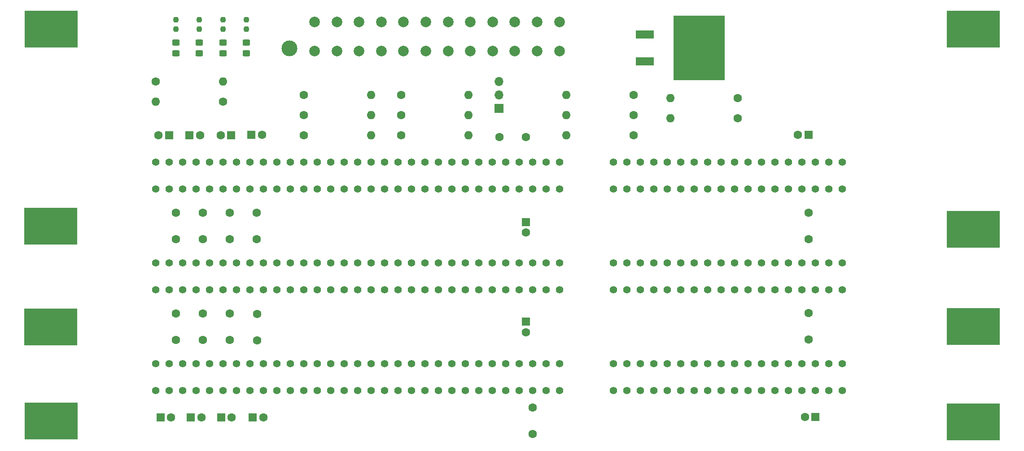
<source format=gbr>
%TF.GenerationSoftware,KiCad,Pcbnew,(6.0.7)*%
%TF.CreationDate,2022-08-07T07:45:21-07:00*%
%TF.ProjectId,isa_board,6973615f-626f-4617-9264-2e6b69636164,rev?*%
%TF.SameCoordinates,Original*%
%TF.FileFunction,Soldermask,Top*%
%TF.FilePolarity,Negative*%
%FSLAX46Y46*%
G04 Gerber Fmt 4.6, Leading zero omitted, Abs format (unit mm)*
G04 Created by KiCad (PCBNEW (6.0.7)) date 2022-08-07 07:45:21*
%MOMM*%
%LPD*%
G01*
G04 APERTURE LIST*
G04 Aperture macros list*
%AMRoundRect*
0 Rectangle with rounded corners*
0 $1 Rounding radius*
0 $2 $3 $4 $5 $6 $7 $8 $9 X,Y pos of 4 corners*
0 Add a 4 corners polygon primitive as box body*
4,1,4,$2,$3,$4,$5,$6,$7,$8,$9,$2,$3,0*
0 Add four circle primitives for the rounded corners*
1,1,$1+$1,$2,$3*
1,1,$1+$1,$4,$5*
1,1,$1+$1,$6,$7*
1,1,$1+$1,$8,$9*
0 Add four rect primitives between the rounded corners*
20,1,$1+$1,$2,$3,$4,$5,0*
20,1,$1+$1,$4,$5,$6,$7,0*
20,1,$1+$1,$6,$7,$8,$9,0*
20,1,$1+$1,$8,$9,$2,$3,0*%
G04 Aperture macros list end*
%ADD10R,1.600000X1.600000*%
%ADD11C,1.600000*%
%ADD12R,10.000000X7.000000*%
%ADD13RoundRect,0.250000X-0.450000X0.325000X-0.450000X-0.325000X0.450000X-0.325000X0.450000X0.325000X0*%
%ADD14O,1.600000X1.600000*%
%ADD15RoundRect,0.237500X0.237500X-0.250000X0.237500X0.250000X-0.237500X0.250000X-0.237500X-0.250000X0*%
%ADD16C,1.400000*%
%ADD17R,1.700000X1.700000*%
%ADD18O,1.700000X1.700000*%
%ADD19R,3.500000X1.600000*%
%ADD20R,9.750000X12.200000*%
%ADD21C,3.000000*%
%ADD22C,2.000000*%
G04 APERTURE END LIST*
D10*
%TO.C,C14*%
X85400000Y-113880000D03*
D11*
X87400000Y-113880000D03*
%TD*%
D12*
%TO.C,H3*%
X47339829Y-96762341D03*
%TD*%
D11*
%TO.C,C11*%
X75970000Y-75185000D03*
X75970000Y-80185000D03*
%TD*%
D13*
%TO.C,D3*%
X70890000Y-43005000D03*
X70890000Y-45055000D03*
%TD*%
%TO.C,D1*%
X75335000Y-43005000D03*
X75335000Y-45055000D03*
%TD*%
D11*
%TO.C,R1*%
X67080000Y-50380000D03*
D14*
X79780000Y-50380000D03*
%TD*%
D12*
%TO.C,H7*%
X221367045Y-96688243D03*
%TD*%
D11*
%TO.C,R8*%
X157250000Y-60540000D03*
D14*
X144550000Y-60540000D03*
%TD*%
D15*
%TO.C,R16*%
X70890000Y-40497500D03*
X70890000Y-38672500D03*
%TD*%
D10*
%TO.C,C8*%
X73467829Y-60539999D03*
D11*
X75467829Y-60539999D03*
%TD*%
D10*
%TO.C,C1*%
X136930000Y-95779888D03*
D11*
X136930000Y-97779888D03*
%TD*%
%TO.C,C29*%
X190270000Y-75185000D03*
X190270000Y-80185000D03*
%TD*%
%TO.C,R5*%
X113435000Y-56730000D03*
D14*
X126135000Y-56730000D03*
%TD*%
D10*
%TO.C,C25*%
X190270000Y-60512826D03*
D11*
X188270000Y-60512826D03*
%TD*%
D10*
%TO.C,C27*%
X136930000Y-76955000D03*
D11*
X136930000Y-78955000D03*
%TD*%
%TO.C,C17*%
X86214539Y-94310304D03*
X86214539Y-99310304D03*
%TD*%
D12*
%TO.C,H5*%
X221389344Y-40492560D03*
%TD*%
%TO.C,H4*%
X47387526Y-114611973D03*
%TD*%
%TO.C,H2*%
X47339829Y-77727383D03*
%TD*%
%TO.C,H6*%
X221338243Y-78350442D03*
%TD*%
D11*
%TO.C,C4*%
X190270000Y-94195000D03*
X190270000Y-99195000D03*
%TD*%
D13*
%TO.C,D2*%
X79780000Y-43005000D03*
X79780000Y-45055000D03*
%TD*%
D10*
%TO.C,C9*%
X73744887Y-113880000D03*
D11*
X75744887Y-113880000D03*
%TD*%
D10*
%TO.C,C19*%
X79459887Y-113880000D03*
D11*
X81459887Y-113880000D03*
%TD*%
%TO.C,C30*%
X138200000Y-112015000D03*
X138200000Y-117015000D03*
%TD*%
D10*
%TO.C,C3*%
X68029887Y-113880000D03*
D11*
X70029887Y-113880000D03*
%TD*%
%TO.C,C24*%
X81050000Y-94235000D03*
X81050000Y-99235000D03*
%TD*%
%TO.C,C5*%
X70890000Y-75185000D03*
X70890000Y-80185000D03*
%TD*%
%TO.C,R3*%
X95020000Y-60540000D03*
D14*
X107720000Y-60540000D03*
%TD*%
D16*
%TO.C,J3*%
X67080000Y-70700000D03*
X69620000Y-70700000D03*
X72160000Y-70700000D03*
X74700000Y-70700000D03*
X77240000Y-70700000D03*
X79780000Y-70700000D03*
X82320000Y-70700000D03*
X84860000Y-70700000D03*
X87400000Y-70700000D03*
X89940000Y-70700000D03*
X92480000Y-70700000D03*
X95020000Y-70700000D03*
X97560000Y-70700000D03*
X100100000Y-70700000D03*
X102640000Y-70700000D03*
X105180000Y-70700000D03*
X107720000Y-70700000D03*
X110260000Y-70700000D03*
X112800000Y-70700000D03*
X115340000Y-70700000D03*
X117880000Y-70700000D03*
X120420000Y-70700000D03*
X122960000Y-70700000D03*
X125500000Y-70700000D03*
X128040000Y-70700000D03*
X130580000Y-70700000D03*
X133120000Y-70700000D03*
X135660000Y-70700000D03*
X138200000Y-70700000D03*
X140740000Y-70700000D03*
X143280000Y-70700000D03*
X67080000Y-65620000D03*
X69620000Y-65620000D03*
X72160000Y-65620000D03*
X74700000Y-65620000D03*
X77240000Y-65620000D03*
X79780000Y-65620000D03*
X82320000Y-65620000D03*
X84860000Y-65620000D03*
X87400000Y-65620000D03*
X89940000Y-65620000D03*
X92480000Y-65620000D03*
X95020000Y-65620000D03*
X97560000Y-65620000D03*
X100100000Y-65620000D03*
X102640000Y-65620000D03*
X105180000Y-65620000D03*
X107720000Y-65620000D03*
X110260000Y-65620000D03*
X112800000Y-65620000D03*
X115340000Y-65620000D03*
X117880000Y-65620000D03*
X120420000Y-65620000D03*
X122960000Y-65620000D03*
X125500000Y-65620000D03*
X128040000Y-65620000D03*
X130580000Y-65620000D03*
X133120000Y-65620000D03*
X135660000Y-65620000D03*
X138200000Y-65620000D03*
X140740000Y-65620000D03*
X143280000Y-65620000D03*
X153440000Y-70700000D03*
X155980000Y-70700000D03*
X158520000Y-70700000D03*
X161060000Y-70700000D03*
X163600000Y-70700000D03*
X166140000Y-70700000D03*
X168680000Y-70700000D03*
X171220000Y-70700000D03*
X173760000Y-70700000D03*
X176300000Y-70700000D03*
X178840000Y-70700000D03*
X181380000Y-70700000D03*
X183920000Y-70700000D03*
X186460000Y-70700000D03*
X189000000Y-70700000D03*
X191540000Y-70700000D03*
X194080000Y-70700000D03*
X196620000Y-70700000D03*
X153440000Y-65620000D03*
X155980000Y-65620000D03*
X158520000Y-65620000D03*
X161060000Y-65620000D03*
X163600000Y-65620000D03*
X166140000Y-65620000D03*
X168680000Y-65620000D03*
X171220000Y-65620000D03*
X173760000Y-65620000D03*
X176300000Y-65620000D03*
X178840000Y-65620000D03*
X181380000Y-65620000D03*
X183920000Y-65620000D03*
X186460000Y-65620000D03*
X189000000Y-65620000D03*
X191540000Y-65620000D03*
X194080000Y-65620000D03*
X196620000Y-65620000D03*
%TD*%
D11*
%TO.C,C28*%
X136950000Y-60910000D03*
X131950000Y-60910000D03*
%TD*%
D15*
%TO.C,R17*%
X84225000Y-40497500D03*
X84225000Y-38672500D03*
%TD*%
D11*
%TO.C,C10*%
X75970000Y-94235000D03*
X75970000Y-99235000D03*
%TD*%
D15*
%TO.C,R14*%
X75335000Y-40497500D03*
X75335000Y-38672500D03*
%TD*%
D11*
%TO.C,R9*%
X157250000Y-56730000D03*
D14*
X144550000Y-56730000D03*
%TD*%
D11*
%TO.C,R7*%
X176935000Y-53555000D03*
D14*
X164235000Y-53555000D03*
%TD*%
D11*
%TO.C,R10*%
X176935000Y-57365000D03*
D14*
X164235000Y-57365000D03*
%TD*%
D10*
%TO.C,C26*%
X191596264Y-113822079D03*
D11*
X189596264Y-113822079D03*
%TD*%
D16*
%TO.C,J2*%
X67080000Y-89750000D03*
X69620000Y-89750000D03*
X72160000Y-89750000D03*
X74700000Y-89750000D03*
X77240000Y-89750000D03*
X79780000Y-89750000D03*
X82320000Y-89750000D03*
X84860000Y-89750000D03*
X87400000Y-89750000D03*
X89940000Y-89750000D03*
X92480000Y-89750000D03*
X95020000Y-89750000D03*
X97560000Y-89750000D03*
X100100000Y-89750000D03*
X102640000Y-89750000D03*
X105180000Y-89750000D03*
X107720000Y-89750000D03*
X110260000Y-89750000D03*
X112800000Y-89750000D03*
X115340000Y-89750000D03*
X117880000Y-89750000D03*
X120420000Y-89750000D03*
X122960000Y-89750000D03*
X125500000Y-89750000D03*
X128040000Y-89750000D03*
X130580000Y-89750000D03*
X133120000Y-89750000D03*
X135660000Y-89750000D03*
X138200000Y-89750000D03*
X140740000Y-89750000D03*
X143280000Y-89750000D03*
X67080000Y-84670000D03*
X69620000Y-84670000D03*
X72160000Y-84670000D03*
X74700000Y-84670000D03*
X77240000Y-84670000D03*
X79780000Y-84670000D03*
X82320000Y-84670000D03*
X84860000Y-84670000D03*
X87400000Y-84670000D03*
X89940000Y-84670000D03*
X92480000Y-84670000D03*
X95020000Y-84670000D03*
X97560000Y-84670000D03*
X100100000Y-84670000D03*
X102640000Y-84670000D03*
X105180000Y-84670000D03*
X107720000Y-84670000D03*
X110260000Y-84670000D03*
X112800000Y-84670000D03*
X115340000Y-84670000D03*
X117880000Y-84670000D03*
X120420000Y-84670000D03*
X122960000Y-84670000D03*
X125500000Y-84670000D03*
X128040000Y-84670000D03*
X130580000Y-84670000D03*
X133120000Y-84670000D03*
X135660000Y-84670000D03*
X138200000Y-84670000D03*
X140740000Y-84670000D03*
X143280000Y-84670000D03*
X153440000Y-89750000D03*
X155980000Y-89750000D03*
X158520000Y-89750000D03*
X161060000Y-89750000D03*
X163600000Y-89750000D03*
X166140000Y-89750000D03*
X168680000Y-89750000D03*
X171220000Y-89750000D03*
X173760000Y-89750000D03*
X176300000Y-89750000D03*
X178840000Y-89750000D03*
X181380000Y-89750000D03*
X183920000Y-89750000D03*
X186460000Y-89750000D03*
X189000000Y-89750000D03*
X191540000Y-89750000D03*
X194080000Y-89750000D03*
X196620000Y-89750000D03*
X153440000Y-84670000D03*
X155980000Y-84670000D03*
X158520000Y-84670000D03*
X161060000Y-84670000D03*
X163600000Y-84670000D03*
X166140000Y-84670000D03*
X168680000Y-84670000D03*
X171220000Y-84670000D03*
X173760000Y-84670000D03*
X176300000Y-84670000D03*
X178840000Y-84670000D03*
X181380000Y-84670000D03*
X183920000Y-84670000D03*
X186460000Y-84670000D03*
X189000000Y-84670000D03*
X191540000Y-84670000D03*
X194080000Y-84670000D03*
X196620000Y-84670000D03*
%TD*%
D11*
%TO.C,R13*%
X95020000Y-52920000D03*
D14*
X107720000Y-52920000D03*
%TD*%
D11*
%TO.C,R11*%
X113435000Y-60540000D03*
D14*
X126135000Y-60540000D03*
%TD*%
D10*
%TO.C,C21*%
X81354929Y-60540000D03*
D11*
X79354929Y-60540000D03*
%TD*%
%TO.C,C22*%
X81050000Y-75185000D03*
X81050000Y-80185000D03*
%TD*%
D12*
%TO.C,H1*%
X47400438Y-40509230D03*
%TD*%
D13*
%TO.C,D4*%
X84225000Y-43005000D03*
X84225000Y-45055000D03*
%TD*%
D11*
%TO.C,C16*%
X86130000Y-75185000D03*
X86130000Y-80185000D03*
%TD*%
D12*
%TO.C,H8*%
X221378468Y-114716154D03*
%TD*%
D10*
%TO.C,C2*%
X69620000Y-60540000D03*
D11*
X67620000Y-60540000D03*
%TD*%
D16*
%TO.C,J1*%
X67080000Y-108800000D03*
X69620000Y-108800000D03*
X72160000Y-108800000D03*
X74700000Y-108800000D03*
X77240000Y-108800000D03*
X79780000Y-108800000D03*
X82320000Y-108800000D03*
X84860000Y-108800000D03*
X87400000Y-108800000D03*
X89940000Y-108800000D03*
X92480000Y-108800000D03*
X95020000Y-108800000D03*
X97560000Y-108800000D03*
X100100000Y-108800000D03*
X102640000Y-108800000D03*
X105180000Y-108800000D03*
X107720000Y-108800000D03*
X110260000Y-108800000D03*
X112800000Y-108800000D03*
X115340000Y-108800000D03*
X117880000Y-108800000D03*
X120420000Y-108800000D03*
X122960000Y-108800000D03*
X125500000Y-108800000D03*
X128040000Y-108800000D03*
X130580000Y-108800000D03*
X133120000Y-108800000D03*
X135660000Y-108800000D03*
X138200000Y-108800000D03*
X140740000Y-108800000D03*
X143280000Y-108800000D03*
X67080000Y-103720000D03*
X69620000Y-103720000D03*
X72160000Y-103720000D03*
X74700000Y-103720000D03*
X77240000Y-103720000D03*
X79780000Y-103720000D03*
X82320000Y-103720000D03*
X84860000Y-103720000D03*
X87400000Y-103720000D03*
X89940000Y-103720000D03*
X92480000Y-103720000D03*
X95020000Y-103720000D03*
X97560000Y-103720000D03*
X100100000Y-103720000D03*
X102640000Y-103720000D03*
X105180000Y-103720000D03*
X107720000Y-103720000D03*
X110260000Y-103720000D03*
X112800000Y-103720000D03*
X115340000Y-103720000D03*
X117880000Y-103720000D03*
X120420000Y-103720000D03*
X122960000Y-103720000D03*
X125500000Y-103720000D03*
X128040000Y-103720000D03*
X130580000Y-103720000D03*
X133120000Y-103720000D03*
X135660000Y-103720000D03*
X138200000Y-103720000D03*
X140740000Y-103720000D03*
X143280000Y-103720000D03*
X153440000Y-108800000D03*
X155980000Y-108800000D03*
X158520000Y-108800000D03*
X161060000Y-108800000D03*
X163600000Y-108800000D03*
X166140000Y-108800000D03*
X168680000Y-108800000D03*
X171220000Y-108800000D03*
X173760000Y-108800000D03*
X176300000Y-108800000D03*
X178840000Y-108800000D03*
X181380000Y-108800000D03*
X183920000Y-108800000D03*
X186460000Y-108800000D03*
X189000000Y-108800000D03*
X191540000Y-108800000D03*
X194080000Y-108800000D03*
X196620000Y-108800000D03*
X153440000Y-103720000D03*
X155980000Y-103720000D03*
X158520000Y-103720000D03*
X161060000Y-103720000D03*
X163600000Y-103720000D03*
X166140000Y-103720000D03*
X168680000Y-103720000D03*
X171220000Y-103720000D03*
X173760000Y-103720000D03*
X176300000Y-103720000D03*
X178840000Y-103720000D03*
X181380000Y-103720000D03*
X183920000Y-103720000D03*
X186460000Y-103720000D03*
X189000000Y-103720000D03*
X191540000Y-103720000D03*
X194080000Y-103720000D03*
X196620000Y-103720000D03*
%TD*%
D11*
%TO.C,R2*%
X95020000Y-56730000D03*
D14*
X107720000Y-56730000D03*
%TD*%
D10*
%TO.C,C15*%
X85174888Y-60503768D03*
D11*
X87174888Y-60503768D03*
%TD*%
%TO.C,C6*%
X70900000Y-94235000D03*
X70900000Y-99235000D03*
%TD*%
D17*
%TO.C,J5*%
X131850000Y-55460000D03*
D18*
X131850000Y-52920000D03*
X131850000Y-50380000D03*
%TD*%
D11*
%TO.C,R6*%
X157250000Y-52920000D03*
D14*
X144550000Y-52920000D03*
%TD*%
D15*
%TO.C,R15*%
X79780000Y-40497500D03*
X79780000Y-38672500D03*
%TD*%
D11*
%TO.C,R4*%
X113435000Y-52920000D03*
D14*
X126135000Y-52920000D03*
%TD*%
D11*
%TO.C,R12*%
X79780000Y-54190000D03*
D14*
X67080000Y-54190000D03*
%TD*%
D19*
%TO.C,U1*%
X159416950Y-41490000D03*
D20*
X169666950Y-44030000D03*
D19*
X159416950Y-46570000D03*
%TD*%
D21*
%TO.C,J4*%
X92385000Y-44140000D03*
D22*
X97085000Y-44600000D03*
X101285000Y-44600000D03*
X105485000Y-44600000D03*
X109685000Y-44600000D03*
X113885000Y-44600000D03*
X118085000Y-44600000D03*
X122285000Y-44600000D03*
X126485000Y-44600000D03*
X130685000Y-44600000D03*
X134885000Y-44600000D03*
X139085000Y-44600000D03*
X143285000Y-44600000D03*
X97085000Y-39100000D03*
X101285000Y-39100000D03*
X105485000Y-39100000D03*
X109685000Y-39100000D03*
X113885000Y-39100000D03*
X118085000Y-39100000D03*
X122285000Y-39100000D03*
X126485000Y-39100000D03*
X130685000Y-39100000D03*
X134885000Y-39100000D03*
X139085000Y-39100000D03*
X143285000Y-39100000D03*
%TD*%
M02*

</source>
